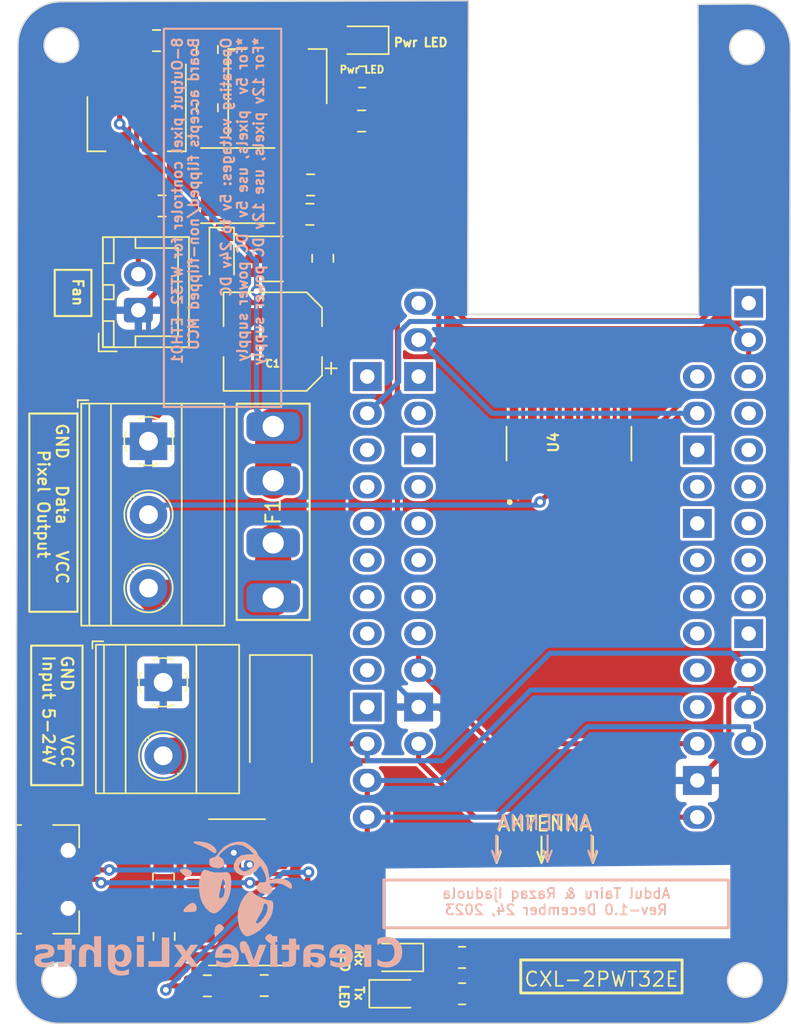
<source format=kicad_pcb>
(kicad_pcb (version 20221018) (generator pcbnew)
  (layers (0 "F.Cu" signal) (31 "B.Cu" signal) (34 "B.Paste" user) (35 "F.Paste" user) (36 "B.SilkS" user "B.Silkscreen") (37 "F.SilkS" user "F.Silkscreen") (38 "B.Mask" user) (39 "F.Mask" user) (44 "Edge.Cuts" user))
  (net 0 "")
  (net 1 "RPP")
  (net 2 "GND")
  (net 3 "Net-(U1-SW)")
  (net 4 "Net-(U1-BST)")
  (net 5 "VOUT")
  (net 6 "VIN")
  (net 7 "Net-(D2-K)")
  (net 8 "3V3")
  (net 9 "Net-(JST1-Pin_3)")
  (net 18 "3.3V")
  (net 19 "Port-1")
  (net 26 "EN")
  (net 28 "RxOut")
  (net 33 "Net-(D3-A)")
  (net 39 "TxOut")
  (net 45 "Net-(D4-A)")
  (net 47 "Net-(D5-A)")
  (net 49 "Net-(J2-D-)")
  (net 50 "Net-(J2-D+)")
  (net 52 "DTR")
  (net 53 "IO0")
  (net 71 "Output-1")
  (net 74 "F5V")
  (footprint "Capacitor_SMD:C_0805_2012Metric_Pad1.18x1.45mm_HandSolder" (layer "F.Cu") (at 112.438769 98.4898 -90)
    (fp_text reference "C12" hide)
    (fp_text value "1uF")
  )
  (footprint "MicroUSB:USB_Micro-B_Unknown_5s_SMT" (layer "F.Cu") (at 105.947069 94.5445 -90)
    (fp_text reference "J2" hide)
    (fp_text value "USB")
  )
  (footprint "Capacitor_SMD:C_0805_2012Metric_Pad1.18x1.45mm_HandSolder" (layer "F.Cu") (at 111.911369 36.522)
    (fp_text reference "C8" hide)
    (fp_text value "10uF")
  )
  (footprint "Capacitor_SMD:C_0805_2012Metric_Pad1.18x1.45mm_HandSolder" (layer "F.Cu") (at 119.373069 101.8912)
    (fp_text reference "C6" hide)
    (fp_text value "100nF")
  )
  (footprint "Package_TO_SOT_SMD:SOT-223-3_TabPin2" (layer "F.Cu") (at 120.290269 39.0127 90)
    (fp_text reference "U7" hide)
    (fp_text value "AMS1117-3.3")
  )
  (footprint "LED_SMD:LED_0805_2012Metric_Pad1.15x1.40mm_HandSolder" (layer "F.Cu") (at 126.131869 36.4941 180)
    (fp_text reference "D2" hide)
    (fp_text value "Pwr LED")
  )
  (footprint "Capacitor_SMD:C_0805_2012Metric_Pad1.18x1.45mm_HandSolder" (layer "F.Cu") (at 115.429369 41.1656 90)
    (fp_text reference "C5" hide)
    (fp_text value "1uF")
  )
  (footprint "Diode_SMD:D_SOD-323_HandSoldering" (layer "F.Cu") (at 116.429369 51.4622 -90)
    (fp_text reference "D5" hide)
    (fp_text value "SS14")
  )
  (footprint "Package_TO_SOT_SMD:TSOT-23-6" (layer "F.Cu") (at 119.870869 51.6231)
    (fp_text reference "U1" hide)
    (fp_text value "AP63205WU")
  )
  (footprint "Capacitor_SMD:C_0805_2012Metric_Pad1.18x1.45mm_HandSolder" (layer "F.Cu") (at 115.431469 101.9112)
    (fp_text reference "C7" hide)
    (fp_text value "100nF")
  )
  (footprint "Capacitor_SMD:C_0805_2012Metric_Pad1.18x1.45mm_HandSolder" (layer "F.Cu") (at 112.291069 47.9575)
    (fp_text reference "C9" hide)
    (fp_text value "22uF")
  )
  (footprint "Diode_SMD:D_SMB_Handsoldering" (layer "F.Cu") (at 120.525169 83.737 -90)
    (fp_text reference "D1" hide)
    (fp_text value "STR10100BF")
  )
  (footprint "Package_TO_SOT_SMD:SOT-223-3_TabPin2" (layer "F.Cu") (at 110.535569 42.2675 -90)
    (fp_text reference "U6" hide)
    (fp_text value "AMS1117-3.3")
  )
  (footprint "SN74HC125DR:SOIC127P600X175-14N" (layer "F.Cu") (at 140.480769 64.399 90)
    (fp_text reference "U4")
    (fp_text value "SN74HC125DR")
  )
  (footprint "WT32-ETH-Fuse-Holder:MCCQ-122_MTC" (layer "F.Cu") (at 119.994369 74.9686 90)
    (fp_text reference "F1")
    (fp_text value "~")
  )
  (footprint "Resistor_SMD:R_0805_2012Metric_Pad1.20x1.40mm_HandSolder" (layer "F.Cu") (at 112.396569 94.3732 90)
    (fp_text reference "R6" hide)
    (fp_text value "120")
  )
  (footprint "Capacitor_SMD:C_0805_2012Metric_Pad1.18x1.45mm_HandSolder" (layer "F.Cu") (at 123.429369 51.583 90)
    (fp_text reference "C2" hide)
    (fp_text value "100nF")
  )
  (footprint "Package_SO:SOP-16_3.9x9.9mm_P1.27mm" (layer "F.Cu") (at 117.484769 95.4407 180)
    (fp_text reference "U5" hide)
    (fp_text value "CH340C")
  )
  (footprint "Resistor_SMD:R_0805_2012Metric_Pad1.20x1.40mm_HandSolder" (layer "F.Cu") (at 126.156869 39.0341)
    (fp_text reference "R1" hide)
    (fp_text value "1K")
  )
  (footprint "Capacitor_SMD:C_0805_2012Metric_Pad1.18x1.45mm_HandSolder" (layer "F.Cu") (at 115.429369 37.1446 -90)
    (fp_text reference "C11" hide)
    (fp_text value "22uF")
  )
  (footprint "Capacitor_SMD:C_0805_2012Metric_Pad1.18x1.45mm_HandSolder" (layer "F.Cu") (at 122.584669 46.5059)
    (fp_text reference "C3" hide)
    (fp_text value "22uF")
  )
  (footprint "Resistor_SMD:R_0805_2012Metric_Pad1.20x1.40mm_HandSolder" (layer "F.Cu") (at 133.075369 102.4609 180)
    (fp_text reference "R2" hide)
    (fp_text value "1K")
  )
  (footprint "Connector_JST:JST_XH_B2B-XH-A_1x02_P2.50mm_Vertical" (layer "F.Cu") (at 110.653169 55.1718 90)
    (fp_text reference "J3" hide)
    (fp_text value "Fan 1")
  )
  (footprint "Capacitor_SMD:C_0805_2012Metric_Pad1.18x1.45mm_HandSolder" (layer "F.Cu") (at 126.119369 42.0821)
    (fp_text reference "C10" hide)
    (fp_text value "10uF")
  )
  (footprint "Inductor_SMD:L_Taiyo-Yuden_MD-5050" (layer "F.Cu") (at 117.541069 46.5513)
    (fp_text reference "L1" hide)
    (fp_text value "4.7uH")
  )
  (footprint "WT32-ETH01:WT32_ETH01" (layer "F.Cu") (at 137.234669 94.0317 180)
    (fp_text reference "U3" hide)
    (fp_text value "WT32-ETH01")
  )
  (footprint "Capacitor_SMD:CP_Elec_6.3x5.4" (layer "F.Cu") (at 119.966169 57.3433 180)
    (fp_text reference "C1")
    (fp_text value "100uF")
  )
  (footprint "LED_SMD:LED_0805_2012Metric_Pad1.15x1.40mm_HandSolder" (layer "F.Cu") (at 128.510369 102.4609)
    (fp_text reference "D3" hide)
    (fp_text value "Tx")
  )
  (footprint "Capacitor_SMD:C_0805_2012Metric_Pad1.18x1.45mm_HandSolder" (layer "F.Cu") (at 122.534369 48.5379)
    (fp_text reference "C4" hide)
    (fp_text value "22uF")
  )
  (footprint "Resistor_SMD:R_0805_2012Metric_Pad1.20x1.40mm_HandSolder" (layer "F.Cu") (at 133.075369 99.9461 180)
    (fp_text reference "R3" hide)
    (fp_text value "1K")
  )
  (footprint "TerminalBlock_Phoenix:TerminalBlock_Phoenix_MKDS-1,5-3-5.08_1x03_P5.08mm_Horizontal" (layer "F.Cu") (at 111.358369 64.2346 -90)
    (fp_text reference "JST1" hide)
    (fp_text value "Output 1" hide)
  )
  (footprint "LED_SMD:LED_0805_2012Metric_Pad1.15x1.40mm_HandSolder" (layer "F.Cu") (at 128.528369 99.9461 180)
    (fp_text reference "D4" hide)
    (fp_text value "Rx")
  )
  (footprint "TerminalBlock_Phoenix:TerminalBlock_Phoenix_MKDS-1,5-2-5.08_1x02_P5.08mm_Horizontal" (layer "F.Cu") (at 112.374369 80.9152 -90)
    (fp_text reference "J1" hide)
    (fp_text value "4.5-28V Power Input" hide)
  )
  (footprint "LOGO" (layer "B.Cu") (at 117.408069 95.811831 180)
    (fp_text reference "G***" hide)
    (fp_text value "LOGO" hide)
  )
  (footprint "WT32-ETH01:WT32_ETH01" (layer "B.Cu") (at 142.202869 88.9517)
    (fp_text reference "U2" hide)
    (fp_text value "WT32-ETH01")
  )
  (gr_line (start 133.468069 55.461831) (end 149.468069 55.461831) (stroke (width 0.1)) (layer "Edge.Cuts"))
  (gr_line (start 105.368535 33.830845) (end 133.518069 33.761831) (stroke (width 0.1)) (layer "Edge.Cuts"))
  (gr_line (start 105.168069 104.505358) (end 152.662726 104.504127) (stroke (width 0.1)) (layer "Edge.Cuts"))
  (gr_arc (start 155.662768 101.505358) (mid 154.783999 103.626258) (end 152.662726 104.504127) (stroke (width 0.1)) (layer "Edge.Cuts"))
  (gr_circle (center 105.168069 101.505358) (end 106.368069 101.505358) (stroke (width 0.1)) (fill none) (layer "Edge.Cuts"))
  (gr_arc (start 152.862376 33.985547) (mid 154.960947 34.890948) (end 155.812767 37.011831) (stroke (width 0.1)) (layer "Edge.Cuts"))
  (gr_circle (center 105.3233 36.835831) (end 106.5233 36.835831) (stroke (width 0.1)) (fill none) (layer "Edge.Cuts"))
  (gr_line (start 149.468069 55.461831) (end 149.418069 34.011831) (stroke (width 0.1)) (layer "Edge.Cuts"))
  (gr_circle (center 152.812768 36.985254) (end 154.012768 36.985254) (stroke (width 0.1)) (fill none) (layer "Edge.Cuts"))
  (gr_line (start 149.418069 34.011831) (end 152.862376 33.985547) (stroke (width 0.1)) (layer "Edge.Cuts"))
  (gr_line (start 133.518069 33.761831) (end 133.468069 55.461831) (stroke (width 0.1)) (layer "Edge.Cuts"))
  (gr_arc (start 102.31807 36.811831) (mid 103.222833 34.686407) (end 105.368535 33.830845) (stroke (width 0.1)) (layer "Edge.Cuts"))
  (gr_line (start 155.662768 101.505358) (end 155.812767 37.011831) (stroke (width 0.1)) (layer "Edge.Cuts"))
  (gr_arc (start 105.168069 104.505358) (mid 103.02887 103.608616) (end 102.1685 101.454518) (stroke (width 0.1)) (layer "Edge.Cuts"))
  (gr_circle (center 152.663999 101.505358) (end 153.863999 101.505358) (stroke (width 0.1)) (fill none) (layer "Edge.Cuts"))
  (gr_line (start 102.31807 36.811831) (end 102.1685 101.454518) (stroke (width 0.1)) (layer "Edge.Cuts"))
  (gr_text "|" (at 139.574042 92.730345) (layer "B.SilkS") (effects (font (size 1 1)) (justify left bottom mirror)))
  (gr_text ">" (at 135.953291 92.222345 90) (layer "B.SilkS") (effects (font (size 1 1)) (justify left bottom mirror)))
  (gr_text ">" (at 139.509291 92.222345 90) (layer "B.SilkS") (effects (font (size 1 1)) (justify left bottom mirror)))
  (gr_text "Creative xLights" (at 116.197779 100.940029) (layer "B.SilkS") (effects (font (size 2 2) (thickness 0.25) bold) (justify bottom mirror)))
  (gr_text "|" (at 142.622042 92.730345) (layer "B.SilkS") (effects (font (size 1 1)) (justify left bottom mirror)))
  (gr_text "|" (at 136.018042 92.730345) (layer "B.SilkS") (effects (font (size 1 1)) (justify left bottom mirror)))
  (gr_text ">" (at 142.622042 92.222345 90) (layer "B.SilkS") (effects (font (size 1 1)) (justify left bottom mirror)))
  (gr_text "ANTENNA" (at 142.114042 91.206345) (layer "B.SilkS") (effects (font (size 1 1)) (justify left bottom mirror)))
  (gr_text ">" (at 134.957359 92.305831 -90) (layer "F.SilkS") (effects (font (size 1 1)) (justify left bottom)))
  (gr_text "ANTENNA" (at 135.465359 91.289831) (layer "F.SilkS") (effects (font (size 1 1)) (justify left bottom)))
  (gr_text "|" (at 134.957359 92.813831) (layer "F.SilkS") (effects (font (size 1 1)) (justify left bottom)))
  (gr_text ">" (at 141.62611 92.305831 -90) (layer "F.SilkS") (effects (font (size 1 1)) (justify left bottom)))
  (gr_text "|" (at 141.561359 92.813831) (layer "F.SilkS") (effects (font (size 1 1)) (justify left bottom)))
  (gr_text "LED" (at 124.598513 99.208155 -90) (layer "F.SilkS") (effects (font (size 0.6 0.6) (thickness 0.15) bold) (justify left bottom)))
  (gr_text "LED" (at 124.546889 101.742552 -90) (layer "F.SilkS") (effects (font (size 0.6 0.6) (thickness 0.15) bold) (justify left bottom)))
  (gr_text "Pwr LED" (at 128.271597 37.002125) (layer "F.SilkS") (effects (font (size 0.6 0.6)) (justify left bottom)))
  (gr_text "Tx" (at 125.611257 101.861919 -90) (layer "F.SilkS") (effects (font (size 0.6 0.6) (thickness 0.15) bold) (justify left bottom)))
  (gr_text "|" (at 138.005359 92.813831) (layer "F.SilkS") (effects (font (size 1 1)) (justify left bottom)))
  (gr_text ">" (at 138.07011 92.305831 -90) (layer "F.SilkS") (effects (font (size 1 1)) (justify left bottom)))
  (gr_text "Rx" (at 125.611257 99.339437 -90) (layer "F.SilkS") (effects (font (size 0.6 0.6) (thickness 0.15) bold) (justify left bottom)))
  (gr_text_box "8-Output pixel controler for WT32-ETH01\nBoard accepts flipped/non-flipped MCU\n\nOperating voltages: 5v to 24v DC\n*For 5v  pixels, use 5v  DC power supply\n*For 12v pixels, use 12v DC power supply" (start 112.421802 61.862517) (end 120.549802 35.700517) (angle 1170) (layer "B.SilkS") (effects (font (size 0.7 0.7)) (justify left top mirror)) (stroke (width 0.15)))
  (gr_text_box "Abdul Tairu & Razaq Ijaduola\nRev-1.0 December 24, 2023" (start 127.65611 94.591831) (end 151.53211 97.893831) (angle 720) (layer "B.SilkS") (effects (font (size 0.7 0.7) (thickness 0.125) bold) (justify top mirror)) (stroke (width 0.2)))
  (gr_text_box "GND     VCC\nInput 5-24V" (start 106.786329 78.375155) (end 103.230329 88.027155) (angle 1350) (layer "F.SilkS") (effects (font (size 0.8 0.8)) (justify left top)) (stroke (width 0.15)))
  (gr_text_box "CXL-2PWT32E" (start 137.140535 100.120881) (end 148.316535 102.406881) (angle 1440) (layer "F.SilkS") (effects (font (size 1 1) (thickness 0.125) bold) (justify top)) (stroke (width 0.2)))
  (gr_text_box "Fan" (start 107.403901 52.378644) (end 104.863901 55.572708) (angle 990) (layer "F.SilkS") (effects (font (size 0.7 0.7)) (justify left top)) (stroke (width 0.15)))
  (gr_text_box "GND   Data   VCC\n   Pixel Output" (start 106.436302 62.319451) (end 103.102848 76.035451) (angle 270) (layer "F.SilkS") (effects (font (size 0.8 0.8)) (justify left top)) (stroke (width 0.15)))
  (segment (start 109.360869 37.9922) (end 110.831069 36.522) (width 0.35) (layer "F.Cu") (net 1))
  (segment (start 118.733369 51.6231) (end 118.733369 52.5731) (width 0.35) (layer "F.Cu") (net 1))
  (segment (start 120.525169 81.0366) (end 121.711969 81.0366) (width 2.5) (layer "F.Cu") (net 1))
  (segment (start 123.758069 80.1776) (end 123.758069 64.0616) (width 2.5) (layer "F.Cu") (net 1))
  (segment (start 121.711969 81.0366) (end 121.711569 81.037) (width 0.35) (layer "F.Cu") (net 1))
  (segment (start 119.994369 63.2186) (end 119.994369 66.9686) (width 2.5) (layer "F.Cu") (net 1))
  (segment (start 110.831069 36.522) (end 110.873869 36.522) (width 0.35) (layer "F.Cu") (net 1))
  (segment (start 109.360869 42.2809) (end 109.360869 39.1175) (width 0.35) (layer "F.Cu") (net 1))
  (segment (start 121.711569 81.037) (end 120.525169 81.037) (width 0.35) (layer "F.Cu") (net 1))
  (segment (start 109.360869 39.1175) (end 109.360869 37.9922) (width 0.35) (layer "F.Cu") (net 1))
  (segment (start 122.898869 81.0366) (end 123.758069 80.1776) (width 2.5) (layer "F.Cu") (net 1))
  (segment (start 121.711969 81.0366) (end 122.898869 81.0366) (width 2.5) (layer "F.Cu") (net 1))
  (segment (start 118.841669 53.8553) (end 118.841669 52.6814) (width 0.35) (layer "F.Cu") (net 1))
  (segment (start 122.914869 63.2186) (end 122.766169 63.2186) (width 2.5) (layer "F.Cu") (net 1))
  (segment (start 123.758069 64.0616) (end 122.914869 63.2186) (width 2.5) (layer "F.Cu") (net 1))
  (segment (start 122.766169 63.2186) (end 119.994369 63.2186) (width 2.5) (layer "F.Cu") (net 1))
  (segment (start 118.841669 52.6814) (end 118.733369 52.5731) (width 0.35) (layer "F.Cu") (net 1))
  (segment (start 122.766169 57.3433) (end 122.766169 63.2186) (width 0.35) (layer "F.Cu") (net 1))
  (segment (start 108.235569 39.1175) (end 109.360869 39.1175) (width 0.35) (layer "F.Cu") (net 1))
  (via (at 109.360869 42.2809) (size 0.8) (drill 0.4) (layers "F.Cu" "B.Cu") (net 1))
  (via (at 118.841669 53.8553) (size 0.8) (drill 0.4) (layers "F.Cu" "B.Cu") (net 1))
  (segment (start 118.841669 53.8553) (end 118.841669 51.7617) (width 0.35) (layer "B.Cu") (net 1))
  (segment (start 119.994369 63.2186) (end 118.841669 62.0659) (width 0.35) (layer "B.Cu") (net 1))
  (segment (start 118.841669 51.7617) (end 109.360869 42.2809) (width 0.35) (layer "B.Cu") (net 1))
  (segment (start 118.841669 62.0659) (end 118.841669 53.8553) (width 0.35) (layer "B.Cu") (net 1))
  (segment (start 112.374369 80.9152) (end 112.374369 82.5905) (width 0.35) (layer "F.Cu") (net 2))
  (segment (start 115.429369 38.1821) (end 115.429369 40.1281) (width 0.35) (layer "F.Cu") (net 2))
  (segment (start 150.796169 86.2766) (end 150.796169 84.6637) (width 0.35) (layer "F.Cu") (net 2))
  (segment (start 111.358369 62.5593) (end 111.950169 62.5593) (width 0.35) (layer "F.Cu") (net 2))
  (segment (start 103.647069 98.4945) (end 104.359369 97.7821) (width 0.35) (layer "F.Cu") (net 2))
  (segment (start 131.442069 82.622) (end 136.522069 87.702) (width 0.35) (layer "F.Cu") (net 2))
  (segment (start 125.156869 39.0341) (end 125.156869 40.0821) (width 0.35) (layer "F.Cu") (net 2))
  (segment (start 117.166169 57.3433) (end 117.253769 57.3433) (width 0.35) (layer "F.Cu") (net 2))
  (segment (start 124.562269 53.2221) (end 124.562269 49.5283) (width 0.35) (layer "F.Cu") (net 2))
  (segment (start 117.585269 103.0275) (end 116.468969 101.9112) (width 0.35) (layer "F.Cu") (net 2))
  (segment (start 136.670769 67.7316) (end 138.160369 69.2212) (width 0.35) (layer "F.Cu") (net 2))
  (segment (start 123.622169 48.4876) (end 123.571869 48.5379) (width 0.35) (layer "F.Cu") (net 2))
  (segment (start 125.156869 40.0821) (end 127.156869 42.0821) (width 0.35) (layer "F.Cu") (net 2))
  (segment (start 127.156869 42.0821) (end 123.622169 45.6168) (width 0.35) (layer "F.Cu") (net 2))
  (segment (start 112.374369 82.5905) (end 110.699069 84.2658) (width 0.35) (layer "F.Cu") (net 2))
  (segment (start 119.984769 101.4654) (end 120.222169 101.7028) (width 0.35) (layer "F.Cu") (net 2))
  (segment (start 116.864969 42.1627) (end 116.864969 41.5637) (width 0.35) (layer "F.Cu") (net 2))
  (segment (start 114.571669 40.9858) (end 115.429369 40.1281) (width 0.35) (layer "F.Cu") (net 2))
  (segment (start 138.796069 69.2212) (end 140.480769 67.5365) (width 0.35) (layer "F.Cu") (net 2))
  (segment (start 103.647069 95.7445) (end 103.647069 93.3445) (width 0.35) (layer "F.Cu") (net 2))
  (segment (start 111.358369 64.2346) (end 111.358369 62.5593) (width 0.35) (layer "F.Cu") (net 2))
  (segment (start 110.653169 55.1718) (end 113.328569 52.4964) (width 0.35) (layer "F.Cu") (net 2))
  (segment (start 120.222169 101.7028) (end 120.410569 101.8912) (width 0.35) (layer "F.Cu") (net 2))
  (segment (start 141.193269 68.249) (end 140.480769 67.5365) (width 0.35) (layer "F.Cu") (net 2))
  (segment (start 143.409469 68.249) (end 141.193269 68.249) (width 0.35) (layer "F.Cu") (net 2))
  (segment (start 111.950169 62.5593) (end 117.166169 57.3433) (width 0.35) (layer "F.Cu") (net 2))
  (segment (start 112.835569 36.6353) (end 112.948869 36.522) (width 0.35) (layer "F.Cu") (net 2))
  (segment (start 106.743069 95.8445) (end 106.743069 96.8754) (width 0.35) (layer "F.Cu") (net 2))
  (segment (start 117.253769 57.3433) (end 121.008369 53.5887) (width 0.35) (layer "F.Cu") (net 2))
  (segment (start 136.522069 87.702) (end 149.370769 87.702) (width 0.35) (layer "F.Cu") (net 2))
  (segment (start 103.647069 95.7445) (end 103.647069 97.0698) (width 0.35) (layer "F.Cu") (net 2))
  (segment (start 123.622169 45.6168) (end 123.622169 46.5059) (width 0.35) (layer "F.Cu") (net 2))
  (segment (start 112.835569 39.1175) (end 112.835569 36.6353) (width 0.35) (layer "F.Cu") (net 2))
  (segment (start 106.743069 96.8754) (end 105.836269 97.7822) (width 0.35) (layer "F.Cu") (net 2))
  (segment (start 148.756269 83.892) (end 143.409469 78.5452) (width 0.35) (layer "F.Cu") (net 2))
  (segment (start 117.267569 101.1126) (end 116.468969 101.9112) (width 0.35) (layer "F.Cu") (net 2))
  (segment (start 113.328569 40.9858) (end 112.835569 40.4928) (width 0.35) (layer "F.Cu") (net 2))
  (segment (start 120.222169 101.7028) (end 118.897469 103.0275) (width 0.35) (layer "F.Cu") (net 2))
  (segment (start 108.460469 95.549) (end 112.438769 99.5273) (width 0.35) (layer "F.Cu") (net 2))
  (segment (start 121.008369 53.5887) (end 121.008369 52.5731) (width 0.35) (layer "F.Cu") (net 2))
  (segment (start 150.024469 83.892) (end 148.756269 83.892) (width 0.35) (layer "F.Cu") (net 2))
  (segment (start 124.562269 49.5283) (end 123.571869 48.5379) (width 0.35) (layer "F.Cu") (net 2))
  (segment (start 108.460469 95.549) (end 108.164969 95.8445) (width 0.35) (layer "F.Cu") (net 2))
  (segment (start 113.328569 52.4964) (end 113.328569 47.9575) (width 0.35) (layer "F.Cu") (net 2))
  (segment (start 144.290769 66.874) (end 144.290769 67.3677) (width 0.35) (layer "F.Cu") (net 2))
  (segment (start 106.547069 95.8445) (end 106.743069 95.8445) (width 0.35) (layer "F.Cu") (net 2))
  (segment (start 150.796169 84.6637) (end 150.024469 83.892) (width 0.35) (layer "F.Cu") (net 2))
  (segment (start 110.699069 93.3104) (end 108.460469 95.549) (width 0.35) (layer "F.Cu") (net 2))
  (segment (start 112.835569 39.1175) (end 112.835569 40.4928) (width 0.35) (layer "F.Cu") (net 2))
  (segment (start 140.480769 67.5365) (end 140.480769 66.874) (width 0.35) (layer "F.Cu") (net 2))
  (segment (start 138.160369 69.2212) (end 138.796069 69.2212) (width 0.35) (layer "F.Cu") (net 2))
  (segment (start 130.066769 82.622) (end 131.442069 82.622) (width 0.35) (layer "F.Cu") (net 2))
  (segment (start 123.622169 46.5059) (end 123.622169 48.4876) (width 0.35) (layer "F.Cu") (net 2))
  (segment (start 136.670769 66.874) (end 136.670769 67.7316) (width 0.35) (layer "F.Cu") (net 2))
  (segment (start 119.984769 99.8857) (end 119.984769 101.4654) (width 0.35) (layer "F.Cu") (net 2))
  (segment (start 113.328569 47.9575) (end 113.328569 40.9858) (width 0.35) (layer "F.Cu") (net 2))
  (segment (start 104.359469 97.7822) (end 104.359369 97.7821) (width 0.35) (layer "F.Cu") (net 2))
  (segment (start 116.864969 41.5637) (end 115.429369 40.1281) (width 0.35) (layer "F.Cu") (net 2))
  (segment (start 113.328569 40.9858) (end 114.571669 40.9858) (width 0.35) (layer "F.Cu") (net 2))
  (segment (start 149.370769 87.702) (end 150.796169 86.2766) (width 0.35) (layer "F.Cu") (net 2))
  (segment (start 143.409469 78.5452) (end 143.409469 68.249) (width 0.35) (layer "F.Cu") (net 2))
  (segment (start 124.195669 53.5887) (end 124.562269 53.2221) (width 0.35) (layer "F.Cu") (net 2))
  (segment (start 103.647069 93.3445) (end 103.647069 90.5945) (width 0.35) (layer "F.Cu") (net 2))
  (segment (start 118.897469 103.0275) (end 117.585269 103.0275) (width 0.35) (layer "F.Cu") (net 2))
  (segment (start 121.008369 53.5887) (end 124.195669 53.5887) (width 0.35) (layer "F.Cu") (net 2))
  (segment (start 144.290769 67.3677) (end 143.409469 68.249) (width 0.35) (layer "F.Cu") (net 2))
  (segment (start 117.267569 92.7047) (end 117.267569 101.1126) (width 0.35) (layer "F.Cu") (net 2))
  (segment (start 110.699069 84.2658) (end 110.699069 93.3104) (width 0.35) (layer "F.Cu") (net 2))
  (segment (start 105.836269 97.7822) (end 104.359469 97.7822) (width 0.35) (layer "F.Cu") (net 2))
  (segment (start 108.164969 95.8445) (end 106.743069 95.8445) (width 0.35) (layer "F.Cu") (net 2))
  (segment (start 104.359369 97.7821) (end 103.647069 97.0698) (width 0.35) (layer "F.Cu") (net 2))
  (segment (start 117.990269 42.1627) (end 116.864969 42.1627) (width 0.35) (layer "F.Cu") (net 2))
  (via (at 117.267569 92.7047) (size 0.8) (drill 0.4) (layers "F.Cu" "B.Cu") (net 2))
  (segment (start 111.358369 64.2346) (end 111.358369 55.877) (width 0.35) (layer "B.Cu") (net 2))
  (segment (start 109.662069 76.5276) (end 112.374369 79.2399) (width 0.35) (layer "B.Cu") (net 2))
  (segment (start 111.358369 65.9099) (end 109.662069 67.6062) (width 0.35) (layer "B.Cu") (net 2))
  (segment (start 117.267569 84.1331) (end 117.267569 92.7047) (width 0.35) (layer "B.Cu") (net 2))
  (segment (start 127.158669 78.8662) (end 122.534469 78.8662) (width 0.35) (layer "B.Cu") (net 2))
  (segment (start 111.358369 65.0722) (end 111.358369 65.9099) (width 0.35) (layer "B.Cu") (net 2))
  (segment (start 128.194169 80.7494) (end 128.194169 79.9017) (width 0.35) (layer "B.Cu") (net 2))
  (segment (start 122.534469 78.8662) (end 117.267569 84.1331) (width 0.35) (layer "B.Cu") (net 2))
  (segment (start 111.358369 65.0722) (end 111.358369 64.2346) (width 0.35) (layer "B.Cu") (net 2))
  (segment (start 112.374369 80.9152) (end 113.912069 80.9152) (width 0.35) (layer "B.Cu") (net 2))
  (segment (start 111.358369 55.877) (end 110.653169 55.1718) (width 0.35) (layer "B.Cu") (net 2))
  (segment (start 130.066769 82.622) (end 128.194169 80.7494) (width 0.35) (layer "B.Cu") (net 2))
  (segment (start 113.912069 80.9152) (end 114.049669 80.9152) (width 0.35) (layer "B.Cu") (net 2))
  (segment (start 128.194169 79.9017) (end 127.158669 78.8662) (width 0.35) (layer "B.Cu") (net 2))
  (segment (start 114.049669 80.9152) (end 117.267569 84.1331) (width 0.35) (layer "B.Cu") (net 2))
  (segment (start 109.662069 67.6062) (end 109.662069 76.5276) (width 0.35) (layer "B.Cu") (net 2))
  (segment (start 112.374369 80.9152) (end 112.374369 79.2399) (width 0.35) (layer "B.Cu") (net 2))
  (segment (start 115.741069 46.5513) (end 115.741069 49.0266) (width 0.35) (layer "F.Cu") (net 3))
  (segment (start 123.429369 52.6205) (end 122.431969 51.6231) (width 0.35) (layer "F.Cu") (net 3))
  (segment (start 119.907269 52.2073) (end 120.491469 51.6231) (width 0.35) (layer "F.Cu") (net 3))
  (segment (start 119.164969 54.6537) (end 119.907269 53.9114) (width 0.35) (layer "F.Cu") (net 3))
  (segment (start 116.490169 51.6922) (end 116.869069 51.6922) (width 0.35) (layer "F.Cu") (net 3))
  (segment (start 115.741069 49.0266) (end 115.543469 49.2242) (width 0.35) (layer "F.Cu") (net 3))
  (segment (start 119.907269 53.9114) (end 119.907269 52.2073) (width 0.35) (layer "F.Cu") (net 3))
  (segment (start 118.512069 54.6537) (end 119.164969 54.6537) (width 0.35) (layer "F.Cu") (net 3))
  (segment (start 115.543469 49.2242) (end 115.543469 50.7455) (width 0.35) (layer "F.Cu") (net 3))
  (segment (start 115.543469 50.7455) (end 116.490169 51.6922) (width 0.35) (layer "F.Cu") (net 3))
  (segment (start 116.869069 51.6922) (end 117.580369 52.4035) (width 0.35) (layer "F.Cu") (net 3))
  (segment (start 117.580369 53.722) (end 118.512069 54.6537) (width 0.35) (layer "F.Cu") (net 3))
  (segment (start 117.580369 52.4035) (end 117.580369 53.722) (width 0.35) (layer "F.Cu") (net 3))
  (segment (start 120.491469 51.6231) (end 121.008369 51.6231) (width 0.35) (layer "F.Cu") (net 3))
  (segment (start 122.431969 51.6231) (end 121.008369 51.6231) (width 0.35) (layer "F.Cu") (net 3))
  (segment (start 121.008369 50.6731) (end 121.135969 50.5455) (width 0.35) (layer "F.Cu") (net 4))
  (segment (start 121.135969 50.5455) (end 123.429369 50.5455) (width 0.35) (layer "F.Cu") (net 4))
  (segment (start 124.271369 41.6068) (end 124.075969 41.4114) (width 0.35) (layer "F.Cu") (net 5))
  (segment (start 122.590269 42.1627) (end 122.590269 45.4628) (width 0.35) (layer "F.Cu") (net 5))
  (segment (start 127.741169 35.4178) (end 128.133269 35.8099) (width 0.35) (layer "F.Cu") (net 5))
  (segment (start 130.066769 57.222) (end 131.462469 57.222) (width 0.35) (layer "F.Cu") (net 5))
  (segment (start 125.081869 42.0821) (end 124.746669 42.0821) (width 0.35) (layer "F.Cu") (net 5))
  (segment (start 124.271369 41.6068) (end 123.715569 42.1627) (width 0.35) (layer "F.Cu") (net 5))
  (segment (start 129.241969 38.9836) (end 129.241969 49.2636) (width 0.35) (layer "F.Cu") (net 5))
  (segment (start 121.501769 46.5513) (end 121.547169 46.5059) (width 0.35) (layer "F.Cu") (net 5))
  (segment (start 128.133269 37.8749) (end 129.241969 38.9836) (width 0.35) (layer "F.Cu") (net 5))
  (segment (start 131.968769 57.222) (end 136.670769 61.924) (width 0.35) (layer "F.Cu") (net 5))
  (segment (start 124.508369 35.4178) (end 127.741169 35.4178) (width 0.35) (layer "F.Cu") (net 5))
  (segment (start 118.272469 50.2122) (end 118.733369 50.6731) (width 0.35) (layer "F.Cu") (net 5))
  (segment (start 119.903669 46.5513) (end 121.501769 46.5513) (width 0.35) (layer "F.Cu") (net 5))
  (segment (start 119.903669 48.5379) (end 119.903669 49.5028) (width 0.35) (layer "F.Cu") (net 5))
  (segment (start 116.429369 50.2122) (end 118.272469 50.2122) (width 0.35) (layer "F.Cu") (net 5))
  (segment (start 131.462469 57.222) (end 131.968769 57.222) (width 0.35) (layer "F.Cu") (net 5))
  (segment (start 122.590269 45.4628) (end 121.547169 46.5059) (width 0.35) (layer "F.Cu") (net 5))
  (segment (start 119.903669 46.5513) (end 119.903669 48.5379) (width 0.35) (layer "F.Cu") (net 5))
  (segment (start 129.241969 49.2636) (end 131.462469 51.4841) (width 0.35) (layer "F.Cu") (net 5))
  (segment (start 124.075969 35.8502) (end 124.508369 35.4178) (width 0.35) (layer "F.Cu") (net 5))
  (segment (start 115.429369 42.2031) (end 117.302269 44.076) (width 0.35) (layer "F.Cu") (net 5))
  (segment (start 122.590269 42.1627) (end 123.715569 42.1627) (width 0.35) (layer "F.Cu") (net 5))
  (segment (start 128.133269 35.8099) (end 128.133269 37.8749) (width 0.35) (layer "F.Cu") (net 5))
  (segment (start 117.302269 44.076) (end 119.341069 44.076) (width 0.35) (layer "F.Cu") (net 5))
  (segment (start 119.341069 46.5513) (end 119.903669 46.5513) (width 0.35) (layer "F.Cu") (net 5))
  (segment (start 131.462469 51.4841) (end 131.462469 57.222) (width 0.35) (layer "F.Cu") (net 5))
  (segment (start 119.903669 49.5028) (end 118.733369 50.6731) (width 0.35) (layer "F.Cu") (net 5))
  (segment (start 119.903669 48.5379) (end 121.496869 48.5379) (width 0.35) (layer "F.Cu") (net 5))
  (segment (start 119.341069 46.5513) (end 119.341069 44.076) (width 0.35) (layer "F.Cu") (net 5))
  (segment (start 124.746669 42.0821) (end 124.271369 41.6068) (width 0.35) (layer "F.Cu") (net 5))
  (segment (start 124.075969 41.4114) (end 124.075969 35.8502) (width 0.35) (layer "F.Cu") (net 5))
  (segment (start 135.146769 62.302) (end 130.066769 57.222) (width 0.35) (layer "B.Cu") (net 5))
  (segment (start 149.370769 62.302) (end 135.146769 62.302) (width 0.35) (layer "B.Cu") (net 5))
  (segment (start 120.083369 85.9956) (end 120.304269 86.2161) (width 2.5) (layer "F.Cu") (net 6))
  (segment (start 120.304269 86.2161) (end 120.525169 86.4366) (width 2.5) (layer "F.Cu") (net 6))
  (segment (start 120.304269 86.2161) (end 120.525169 86.437) (width 0.35) (layer "F.Cu") (net 6))
  (segment (start 112.374369 85.9956) (end 115.086269 85.9956) (width 2.5) (layer "F.Cu") (net 6))
  (segment (start 115.085869 85.9952) (end 112.374369 85.9952) (width 0.35) (layer "F.Cu") (net 6))
  (segment (start 115.086269 85.9956) (end 120.083369 85.9956) (width 2.5) (layer "F.Cu") (net 6))
  (segment (start 115.086269 85.9956) (end 115.085869 85.9952) (width 0.35) (layer "F.Cu") (net 6))
  (segment (start 127.156869 39.0341) (end 127.156869 36.4941) (width 0.35) (layer "F.Cu") (net 7))
  (segment (start 149.370769 85.162) (end 135.146769 85.162) (width 0.35) (layer "F.Cu") (net 8))
  (segment (start 126.156869 37.5441) (end 125.106869 36.4941) (width 0.35) (layer "F.Cu") (net 8))
  (segment (start 130.066769 80.082) (end 130.066769 78.9067) (width 0.35) (layer "F.Cu") (net 8))
  (segment (start 128.600769 77.9549) (end 128.600769 41.8278) (width 0.35) (layer "F.Cu") (net 8))
  (segment (start 126.721169 40.287) (end 126.156869 39.7227) (width 0.35) (layer "F.Cu") (net 8))
  (segment (start 126.156869 39.7227) (end 126.156869 37.5441) (width 0.35) (layer "F.Cu") (net 8))
  (segment (start 129.552569 78.9067) (end 128.600769 77.9549) (width 0.35) (layer "F.Cu") (net 8))
  (segment (start 135.146769 85.162) (end 130.066769 80.082) (width 0.35) (layer "F.Cu") (net 8))
  (segment (start 128.600769 41.8278) (end 127.059969 40.287) (width 0.35) (layer "F.Cu") (net 8))
  (segment (start 127.059969 40.287) (end 126.721169 40.287) (width 0.35) (layer "F.Cu") (net 8))
  (segment (start 130.066769 78.9067) (end 129.552569 78.9067) (width 0.35) (layer "F.Cu") (net 8))
  (segment (start 119.994369 75.0686) (end 112.032369 75.0686) (width 2.5) (layer "F.Cu") (net 9))
  (segment (start 112.032369 75.0686) (end 111.358369 74.3946) (width 2.5) (layer "F.Cu") (net 9))
  (segment (start 119.994369 71.2686) (end 119.994369 75.0686) (width 2.5) (layer "F.Cu") (net 9))
  (segment (start 123.593369 34.8349) (end 122.565569 35.8627) (width 0.35) (layer "F.Cu") (net 18))
  (segment (start 132.241669 104.1187) (end 133.899469 102.4609) (width 0.35) (layer "F.Cu") (net 18))
  (segment (start 116.819469 104.1187) (end 132.241669 104.1187) (width 0.35) (layer "F.Cu") (net 18))
  (segment (start 154.303169 80.5898) (end 154.303169 53.5121) (width 0.35) (layer "F.Cu") (net 18))
  (segment (start 133.899469 101.7702) (end 132.075369 99.9461) (width 0.35) (layer "F.Cu") (net 18))
  (segment (start 114.393969 101.9112) (end 114.502969 101.8022) (width 0.35) (layer "F.Cu") (net 18))
  (segment (start 150.570969 54.9258) (end 149.600269 55.8965) (width 0.35) (layer "F.Cu") (net 18))
  (segment (start 133.329969 55.8965) (end 132.757769 55.3243) (width 0.35) (layer "F.Cu") (net 18))
  (segment (start 152.643769 89.1705) (end 151.551369 88.0781) (width 0.35) (layer "F.Cu") (net 18))
  (segment (start 112.558885 102.191847) (end 112.456449 102.191847) (width 0.35) (layer "F.Cu") (net 18))
  (segment (start 118.335569 97.2453) (end 118.335569 101.8912) (width 0.35) (layer "F.Cu") (net 18))
  (segment (start 152.643769 98.9884) (end 152.643769 89.1705) (width 0.35) (layer "F.Cu") (net 18))
  (segment (start 133.899469 102.4609) (end 133.899469 101.7702) (width 0.35) (layer "F.Cu") (net 18))
  (segment (start 154.058769 53.2677) (end 151.810269 53.2677) (width 0.35) (layer "F.Cu") (net 18))
  (segment (start 119.565269 35.8627) (end 119.565269 40.0624) (width 0.35) (layer "F.Cu") (net 18))
  (segment (start 132.757769 39.5403) (end 128.052369 34.8349) (width 0.35) (layer "F.Cu") (net 18))
  (segment (start 114.502969 101.8022) (end 116.819469 104.1187) (width 0.35) (layer "F.Cu") (net 18))
  (segment (start 112.737096 101.9112) (end 112.558885 102.089411) (width 0.35) (layer "F.Cu") (net 18))
  (segment (start 152.272269 81.352) (end 153.540969 81.352) (width 0.35) (layer "F.Cu") (net 18))
  (segment (start 117.770669 36.107) (end 118.014969 35.8627) (width 0.35) (layer "F.Cu") (net 18))
  (segment (start 114.393969 101.9112) (end 112.737096 101.9112) (width 0.35) (layer "F.Cu") (net 18))
  (segment (start 128.052369 34.8349) (end 123.593369 34.8349) (width 0.35) (layer "F.Cu") (net 18))
  (segment (start 120.290269 42.1627) (end 120.290269 40.7874) (width 0.35) (layer "F.Cu") (net 18))
  (segment (start 119.984769 96.0757) (end 120.860339 96.0757) (width 0.35) (layer "F.Cu") (net 18))
  (segment (start 119.565269 40.0624) (end 120.290269 40.7874) (width 0.35) (layer "F.Cu") (net 18))
  (segment (start 119.984769 96.0757) (end 119.505169 96.0757) (width 0.35) (layer "F.Cu") (net 18))
  (segment (start 151.810269 53.2677) (end 150.570969 54.507) (width 0.35) (layer "F.Cu") (net 18))
  (segment (start 120.290269 35.8627) (end 122.565569 35.8627) (width 0.35) (layer "F.Cu") (net 18))
  (segment (start 149.600269 55.8965) (end 133.329969 55.8965) (width 0.35) (layer "F.Cu") (net 18))
  (segment (start 112.456449 102.191847) (end 112.479212 102.169084) (width 0.35) (layer "F.Cu") (net 18))
  (segment (start 119.505169 96.0757) (end 118.335569 97.2453) (width 0.35) (layer "F.Cu") (net 18))
  (segment (start 132.757769 55.3243) (end 132.757769 39.5403) (width 0.35) (layer "F.Cu") (net 18))
  (segment (start 122.392764 94.543275) (end 122.392764 94.106005) (width 0.35) (layer "F.Cu") (net 18))
  (segment (start 120.290269 35.8627) (end 119.565269 35.8627) (width 0.35) (layer "F.Cu") (net 18))
  (segment (start 119.565269 35.8627) (end 118.014969 35.8627) (width 0.35) (layer "F.Cu") (net 18))
  (segment (start 150.570969 54.507) (end 150.570969 54.9258) (width 0.35) (layer "F.Cu") (net 18))
  (segment (start 120.860339 96.0757) (end 122.392764 94.543275) (width 0.35) (layer "F.Cu") (net 18))
  (segment (start 153.540969 81.352) (end 154.303169 80.5898) (width 0.35) (layer "F.Cu") (net 18))
  (segment (start 133.899469 102.4609) (end 134.075369 102.4609) (width 0.35) (layer "F.Cu") (net 18))
  (segment (start 114.502969 101.8022) (end 114.502969 100.3675) (width 0.35) (layer "F.Cu") (net 18))
  (segment (start 154.303169 53.5121) (end 154.058769 53.2677) (width 0.35) (layer "F.Cu") (net 18))
  (segment (start 151.551369 88.0781) (end 151.551369 82.0729) (width 0.35) (layer "F.Cu") (net 18))
  (segment (start 122.392764 94.106005) (end 122.446769 94.052) (width 0.35) (layer "F.Cu") (net 18))
  (segment (start 114.502969 100.3675) (end 114.984769 99.8857) (width 0.35) (layer "F.Cu") (net 18))
  (segment (start 151.551369 82.0729) (end 152.272269 81.352) (width 0.35) (layer "F.Cu") (net 18))
  (segment (start 115.429369 36.1071) (end 115.429369 36.107) (width 0.35) (layer "F.Cu") (net 18))
  (segment (start 133.899469 101.7702) (end 149.861969 101.7702) (width 0.35) (layer "F.Cu") (net 18))
  (segment (start 149.861969 101.7702) (end 152.643769 98.9884) (width 0.35) (layer "F.Cu") (net 18))
  (segment (start 115.429369 36.107) (end 117.770669 36.107) (width 0.35) (layer "F.Cu") (net 18))
  (segment (start 112.558885 102.089411) (end 112.558885 102.191847) (width 0.35) (layer "F.Cu") (net 18))
  (via (at 122.446769 94.052) (size 0.8) (drill 0.4) (layers "F.Cu" "B.Cu") (net 18))
  (via (at 112.558885 102.191847) (size 0.8) (drill 0.4) (layers "F.Cu" "B.Cu") (net 18))
  (segment (start 120.698732 94.052) (end 122.446769 94.052) (width 0.35) (layer "B.Cu") (net 18))
  (segment (start 112.558885 102.191847) (end 120.698732 94.052) (width 0.35) (layer "B.Cu") (net 18))
  (segment (start 137.940769 66.3597) (end 137.940769 66.874) (width 0.35) (layer "F.Cu") (net 19))
  (segment (start 149.964469 61.032) (end 148.768369 61.032) (width 0.35) (layer "F.Cu") (net 19))
  (segment (start 148.768369 61.032) (end 145.401369 64.399) (width 0.35) (layer "F.Cu") (net 19))
  (segment (start 151.054169 59.9423) (end 149.964469 61.032) (width 0.35) (layer "F.Cu") (net 19))
  (segment (start 152.926769 57.222) (end 152.926769 58.3973) (width 0.35) (layer "F.Cu") (net 19))
  (segment (start 152.387269 58.3973) (end 151.054169 59.7304) (width 0.35) (layer "F.Cu") (net 19))
  (segment (start 145.401369 64.399) (end 139.901469 64.399) (width 0.35) (layer "F.Cu") (net 19))
  (segment (start 151.054169 59.7304) (end 151.054169 59.9423) (width 0.35) (layer "F.Cu") (net 19))
  (segment (start 152.926769 58.3973) (end 152.387269 58.3973) (width 0.35) (layer "F.Cu") (net 19))
  (segment (start 139.901469 64.399) (end 137.940769 66.3597) (width 0.35) (layer "F.Cu") (net 19))
  (segment (start 128.691369 56.7192) (end 128.691369 60.1214) (width 0.35) (layer "B.Cu") (net 19))
  (segment (start 152.926769 57.222) (end 151.656769 55.952) (width 0.35) (layer "B.Cu") (net 19))
  (segment (start 129.458569 55.952) (end 128.691369 56.7192) (width 0.35) (layer "B.Cu") (net 19))
  (segment (start 128.691369 60.1214) (end 126.510769 62.302) (width 0.35) (layer "B.Cu") (net 19))
  (segment (start 151.656769 55.952) (end 129.458569 55.952) (width 0.35) (layer "B.Cu") (net 19))
  (segment (start 115.461369 97.3457) (end 114.984769 97.3457) (width 0.35) (layer "F.Cu") (net 26))
  (segment (start 149.370769 90.242) (end 133.971469 90.242) (width 0.35) (layer "F.Cu") (net 26))
  (segment (start 114.878169 97.4523) (end 112.438769 97.4523) (width 0.35) (layer "F.Cu") (net 26))
  (segment (start 130.066769 85.162) (end 130.066769 86.3373) (width 0.35) (layer "F.Cu") (net 26))
  (segment (start 116.389769 92.4705) (end 116.389769 96.4173) (width 0.35) (layer "F.Cu") (net 26))
  (segment (start 118.586769 90.2735) (end 116.389769 92.4705) (width 0.35) (layer "F.Cu") (net 26))
  (segment (start 116.389769 96.4173) (end 115.461369 97.3457) (width 0.35) (layer "F.Cu") (net 26))
  (segment (start 121.168269 90.2735) (end 118.586769 90.2735) (width 0.35) (layer "F.Cu") (net 26))
  (segment (start 133.971469 90.242) (end 130.066769 86.3373) (width 0.35) (layer "F.Cu") (net 26))
  (segment (start 125.104469 86.3373) (end 121.168269 90.2735) (width 0.35) (layer "F.Cu") (net 26))
  (segment (start 130.066769 86.3373) (end 125.104469 86.3373) (width 0.35) (layer "F.Cu") (net 26))
  (segment (start 114.984769 97.3457) (end 114.878169 97.4523) (width 0.35) (layer "F.Cu") (net 26))
  (segment (start 120.582369 97.3457) (end 119.984769 97.3457) (width 0.35) (layer "F.Cu") (net 28))
  (segment (start 121.476269 96.4518) (end 120.582369 97.3457) (width 0.35) (layer "F.Cu") (net 28))
  (segment (start 121.476269 96.4518) (end 127.485369 102.4609) (width 0.35) (layer "F.Cu") (net 28))
  (segment (start 126.510769 90.242) (end 126.510769 91.4173) (width 0.35) (layer "F.Cu") (net 28))
  (segment (start 126.510769 91.4173) (end 121.476269 96.4518) (width 0.35) (layer "F.Cu") (net 28))
  (segment (start 152.926769 83.9867) (end 141.767269 83.9867) (width 0.35) (layer "B.Cu") (net 28))
  (segment (start 135.511969 90.242) (end 126.510769 90.242) (width 0.35) (layer "B.Cu") (net 28))
  (segment (start 152.926769 85.162) (end 152.926769 83.9867) (width 0.35) (layer "B.Cu") (net 28))
  (segment (start 141.767269 83.9867) (end 135.511969 90.242) (width 0.35) (layer "B.Cu") (net 28))
  (segment (start 132.075369 102.4609) (end 129.535369 102.4609) (width 0.35) (layer "F.Cu") (net 33))
  (segment (start 127.026069 88.8773) (end 127.932969 89.7842) (width 0.35) (layer "F.Cu") (net 39))
  (segment (start 126.542869 100.6616) (end 126.923969 101.0427) (width 0.35) (layer "F.Cu") (net 39))
  (segment (start 121.946769 98.6157) (end 126.898169 103.5671) (width 0.35) (layer "F.Cu") (net 39))
  (segment (start 126.923969 101.0427) (end 128.456769 101.0427) (width 0.35) (layer "F.Cu") (net 39))
  (segment (start 128.456769 101.0427) (end 129.553369 99.9461) (width 0.35) (layer "F.Cu") (net 39))
  (segment (start 126.542869 92.7144) (end 126.542869 100.6616) (width 0.35) (layer "F.Cu") (net 39))
  (segment (start 126.510769 88.8773) (end 127.026069 88.8773) (width 0.35) (layer "F.Cu") (net 39))
  (segment (start 128.081569 103.5671) (end 128.456769 103.1919) (width 0.35) (layer "F.Cu") (net 39))
  (segment (start 127.932969 89.7842) (end 127.932969 91.3243) (width 0.35) (layer "F.Cu") (net 39))
  (segment (start 119.984769 98.6157) (end 121.946769 98.6157) (width 0.35) (layer "F.Cu") (net 39))
  (segment (start 126.510769 87.702) (end 126.510769 88.8773) (width 0.35) (layer "F.Cu") (net 39))
  (segment (start 126.898169 103.5671) (end 128.081569 103.5671) (width 0.35) (layer "F.Cu") (net 39))
  (segment (start 128.456769 103.1919) (end 128.456769 101.0427) (width 0.35) (layer "F.Cu") (net 39))
  (segment (start 127.932969 91.3243) (end 126.542869 92.7144) (width 0.35) (layer "F.Cu") (net 39))
  (segment (start 131.578469 87.702) (end 126.510769 87.702) (width 0.35) (layer "B.Cu") (net 39))
  (segment (start 152.926769 81.4467) (end 137.833769 81.4467) (width 0.35) (layer "B.Cu") (net 39))
  (segment (start 152.926769 82.622) (end 152.926769 81.4467) (width 0.35) (layer "B.Cu") (net 39))
  (segment (start 137.833769 81.4467) (end 131.578469 87.702) (width 0.35) (layer "B.Cu") (net 39))
  (segment (start 152.061369 98.7925) (end 150.907769 99.9461) (width 0.35) (layer "F.Cu") (net 45))
  (segment (start 151.858669 93.1642) (end 152.061369 93.3669) (width 0.35) (layer "F.Cu") (net 45))
  (segment (start 127.400669 99.8434) (end 127.400669 93.5805) (width 0.35) (layer "F.Cu") (net 45))
  (segment (start 150.907769 99.9461) (end 134.075369 99.9461) (width 0.35) (layer "F.Cu") (net 45))
  (segment (start 127.400669 93.5805) (end 127.816969 93.1642) (width 0.35) (layer "F.Cu") (net 45))
  (segment (start 152.061369 93.3669) (end 152.061369 98.7925) (width 0.35) (layer "F.Cu") (net 45))
  (segment (start 127.816969 93.1642) (end 151.858669 93.1642) (width 0.35) (layer "F.Cu") (net 45))
  (segment (start 127.503369 99.9461) (end 127.400669 99.8434) (width 0.35) (layer "F.Cu") (net 45))
  (segment (start 107.822369 61.3192) (end 107.822369 93.2445) (width 0.35) (layer "F.Cu") (net 47))
  (segment (start 116.429369 52.7122) (end 107.822369 61.3192) (width 0.35) (layer "F.Cu") (net 47))
  (segment (start 106.547069 93.2445) (end 107.822369 93.2445) (width 0.35) (layer "F.Cu") (net 47))
  (segment (start 108.640369 93.8945) (end 106.547069 93.8945) (width 0.35) (layer "F.Cu") (net 49))
  (segment (start 119.984769 93.5357) (end 118.368269 93.5357) (width 0.35) (layer "F.Cu") (net 49))
  (via (at 118.368269 93.5357) (size 0.8) (drill 0.4) (layers "F.Cu" "B.Cu") (net 49))
  (via (at 108.640369 93.8945) (size 0.8) (drill 0.4) (layers "F.Cu" "B.Cu") (net 49))
  (segment (start 118.009469 93.8945) (end 118.368269 93.5357) (width 0.35) (layer "B.Cu") (net 49))
  (segment (start 108.640369 93.8945) (end 118.009469 93.8945) (width 0.35) (layer "B.Cu") (net 49))
  (segment (start 108.075369 94.779) (end 107.840869 94.5445) (width 0.35) (layer "F.Cu") (net 50))
  (segment (start 107.840869 94.5445) (end 106.547069 94.5445) (width 0.35) (layer "F.Cu") (net 50))
  (segment (start 119.984769 94.8057) (end 118.404469 94.8057) (width 0.35) (layer "F.Cu") (net 50))
  (segment (start 118.404469 94.8057) (end 118.377769 94.779) (width 0.35) (layer "F.Cu") (net 50))
  (via (at 108.075369 94.779) (size 0.8) (drill 0.4) (layers "F.Cu" "B.Cu") (net 50))
  (via (at 118.377769 94.779) (size 0.8) (drill 0.4) (layers "F.Cu" "B.Cu") (net 50))
  (segment (start 108.075369 94.779) (end 118.377769 94.779) (width 0.35) (layer "B.Cu") (net 50))
  (segment (start 114.984769 96.0757) (end 113.099069 96.0757) (width 0.35) (layer "F.Cu") (net 52))
  (segment (start 113.099069 96.0757) (end 112.396569 95.3732) (width 0.35) (layer "F.Cu") (net 52))
  (segment (start 125.135469 85.162) (end 121.521769 88.7757) (width 0.35) (layer "F.Cu") (net 53))
  (segment (start 126.510769 85.162) (end 125.135469 85.162) (width 0.35) (layer "F.Cu") (net 53))
  (segment (start 121.521769 88.7757) (end 115.407169 88.7757) (width 0.35) (layer "F.Cu") (net 53))
  (segment (start 115.407169 88.7757) (end 112.396569 91.7863) (width 0.35) (layer "F.Cu") (net 53))
  (segment (start 112.396569 91.7863) (end 112.396569 93.3732) (width 0.35) (layer "F.Cu") (net 53))
  (segment (start 131.734569 86.3373) (end 126.510769 86.3373) (width 0.35) (layer "B.Cu") (net 53))
  (segment (start 152.926769 80.082) (end 151.739769 78.895) (width 0.35) (layer "B.Cu") (net 53))
  (segment (start 126.510769 85.162) (end 126.510769 86.3373) (width 0.35) (layer "B.Cu") (net 53))
  (segment (start 139.176869 78.895) (end 131.734569 86.3373) (width 0.35) (layer "B.Cu") (net 53))
  (segment (start 151.739769 78.895) (end 139.176869 78.895) (width 0.35) (layer "B.Cu") (net 53))
  (segment (start 139.210769 67.7101) (end 139.210769 66.874) (width 0.35) (layer "F.Cu") (net 71))
  (segment (start 138.482169 68.4387) (end 139.210769 67.7101) (width 0.35) (layer "F.Cu") (net 71))
  (via (at 138.482169 68.4387) (size 0.8) (drill 0.4) (layers "F.Cu" "B.Cu") (net 71))
  (segment (start 138.268869 68.652) (end 138.482169 68.4387) (width 0.35) (layer "B.Cu") (net 71))
  (segment (start 111.358369 69.3146) (end 112.020969 68.652) (width 0.35) (layer "B.Cu") (net 71))
  (segment (start 112.020969 68.652) (end 138.268869 68.652) (width 0.35) (layer "B.Cu") (net 71))
  (segment (start 110.653169 48.5579) (end 111.253569 47.9575) (width 0.35) (layer "F.Cu") (net 74))
  (segment (start 111.253569 47.9575) (end 110.535569 47.2395) (width 0.35) (layer "F.Cu") (net 74))
  (segment (start 110.535569 47.2395) (end 110.535569 45.4175) (width 0.35) (layer "F.Cu") (net 74))
  (segment (start 110.653169 52.6718) (end 110.653169 48.5579) (width 0.35) (layer "F.Cu") (net 74))
  (segment (start 110.535569 45.4175) (end 110.535569 40.4928) (width 0.35) (layer "F.Cu") (net 74))
  (segment (start 110.535569 39.1175) (end 110.535569 40.4928) (width 0.35) (layer "F.Cu") (net 74))
  (zone (net 0) (net_name "") (layers "F&B.Cu") (connect_pads (clearance 0)) (min_thickness 0.25)
    (keepout (tracks not_allowed) (vias not_allowed) (pads not_allowed) (copperpour not_allowed) (footprints allowed))
    (fill (thermal_gap 0.5) (thermal_bridge_width 0.5))
    (polygon (pts (xy 127.780823 93.798035) (xy 151.656823 93.544035) (xy 151.656823 98.624035) (xy 127.780823 98.624035)))
  )
  (zone (net 2) (net_name "GND") (layers "F&B.Cu") (connect_pads (clearance 0.2)) (min_thickness 0.25) (fill yes (thermal_gap 0.5) (thermal_bridge_width 0.5))
    (polygon (pts (xy 133.509819 33.772829) (xy 133.468337 55.447711) (xy 149.478216 55.457436) (xy 149.421721 34.000801) (xy 153.242894 34.000184) (xy 154.097421 34.247157) (xy 154.758074 34.696648) (xy 155.356983 35.357301) (xy 155.696571 36.153789) (xy 155.837346 37.031778) (xy 155.816353 37.672673) (xy 155.652675 101.840559) (xy 155.408171 102.737071) (xy 155.007148 103.408528) (xy 154.44868 103.930876) (xy 153.729063 104.31708) (xy 152.912199 104.517129) (xy 152.064773 104.506015) (xy 104.980733 104.500958) (xy 103.986049 104.281461) (xy 103.088611 103.69243) (xy 102.585712 103.072836) (xy 102.227292 102.133721) (xy 102.16061 101.661385) (xy 102.157831 99.838724) (xy 102.318481 36.658246) (xy 102.479631 35.79137) (xy 102.863057 35.085645) (xy 103.332614 34.563297) (xy 103.907753 34.179871) (xy 104.560688 33.921476) (xy 105.260856 33.827009) (xy 106.733433 33.829787) (xy 133.510014 33.782907)))
  )
)
</source>
